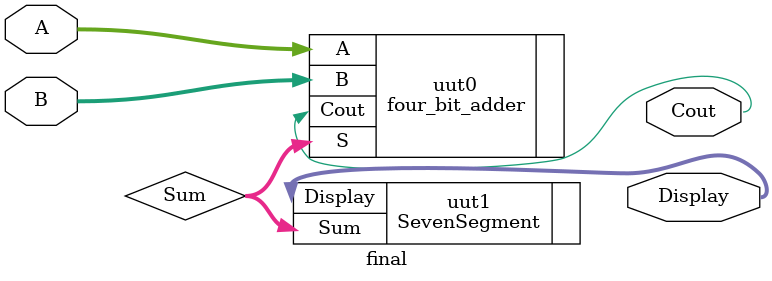
<source format=v>
`timescale 1ns / 1ps

module final(A, B, Display, Cout);

input [3:0] A, B;
output Cout;
output [6:0] Display;
wire [3:0] Sum;

four_bit_adder uut0(.A(A), .B(B), .S(Sum), .Cout(Cout));

SevenSegment uut1(.Sum(Sum), .Display(Display));


endmodule

</source>
